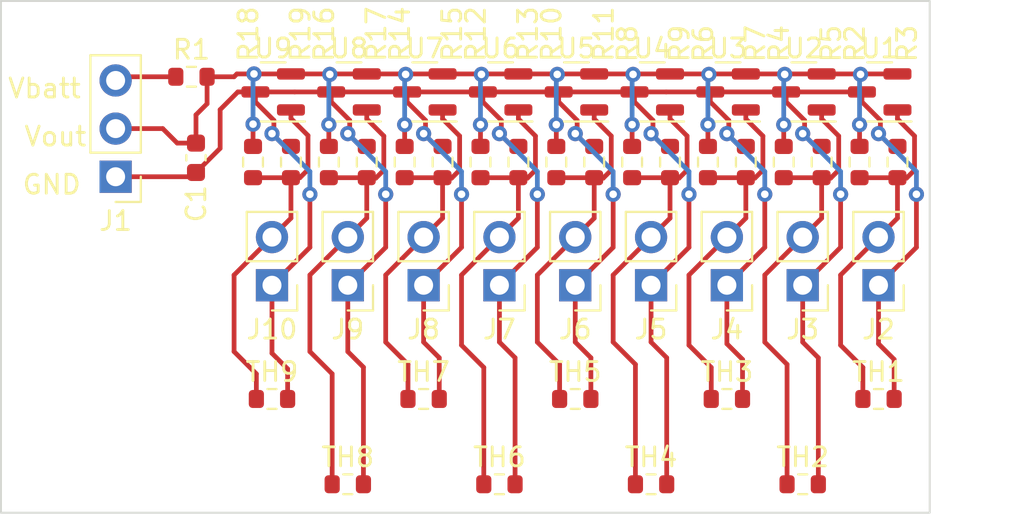
<source format=kicad_pcb>
(kicad_pcb (version 20211014) (generator pcbnew)
  (layers (0 "F.Cu" signal) (31 "B.Cu" signal) (34 "B.Paste" user) (35 "F.Paste" user) (36 "B.SilkS" user "B.Silkscreen") (37 "F.SilkS" user "F.Silkscreen") (38 "B.Mask" user) (39 "F.Mask" user) (44 "Edge.Cuts" user))
  (net 0 "")
  (net 1 "/signal")
  (net 2 "GND")
  (net 3 "Net-(J1-Pad3)")
  (net 4 "/FB0")
  (net 5 "/FB1")
  (net 6 "/FB2")
  (net 7 "/FB3")
  (net 8 "/FB4")
  (net 9 "/FB5")
  (net 10 "/FB6")
  (net 11 "/PB7")
  (net 12 "/PB8")
  (footprint "Resistor_SMD:R_0603_1608Metric" (layer "F.Cu") (at 57 58.5 90)
    (fp_text reference "R13" (at 6.75 0.5 90) (layer "F.SilkS"))
    (fp_text value "47k")
    (pad "1" smd roundrect (at -0.825 0 90) (size 0.8 0.95) (layers "F.Cu" "F.Paste" "F.Mask") (net 9 "/FB5"))
    (pad "2" smd roundrect (at 0.825 0 90) (size 0.8 0.95) (layers "F.Cu" "F.Paste" "F.Mask") (net 2 "GND"))
  )
  (footprint "Connector_PinHeader_2.54mm:PinHeader_1x02_P2.54mm_Vertical" (layer "F.Cu") (at 48 65 180)
    (fp_text reference "J9" (at 0 -2.33) (layer "F.SilkS"))
    (fp_text value "NTC")
    (pad "1" thru_hole rect (at 0 0 180) (size 1.7 1.7) (drill 1) (layers *.Cu *.Mask) (net 2 "GND"))
    (pad "2" thru_hole oval (at 0 2.54 180) (size 1.7 1.7) (drill 1) (layers *.Cu *.Mask) (net 11 "/PB7"))
  )
  (footprint "Resistor_SMD:R_0603_1608Metric" (layer "F.Cu") (at 67 58.5 -90)
    (fp_text reference "R6" (at -6.25 0.25 90) (layer "F.SilkS"))
    (fp_text value "47k")
    (pad "1" smd roundrect (at -0.825 0 270) (size 0.8 0.95) (layers "F.Cu" "F.Paste" "F.Mask") (net 1 "/signal"))
    (pad "2" smd roundrect (at 0.825 0 270) (size 0.8 0.95) (layers "F.Cu" "F.Paste" "F.Mask") (net 6 "/FB2"))
  )
  (footprint "Connector_PinHeader_2.54mm:PinHeader_1x02_P2.54mm_Vertical" (layer "F.Cu") (at 64 65 180)
    (fp_text reference "J5" (at 0 -2.33) (layer "F.SilkS"))
    (fp_text value "NTC")
    (pad "1" thru_hole rect (at 0 0 180) (size 1.7 1.7) (drill 1) (layers *.Cu *.Mask) (net 2 "GND"))
    (pad "2" thru_hole oval (at 0 2.54 180) (size 1.7 1.7) (drill 1) (layers *.Cu *.Mask) (net 7 "/FB3"))
  )
  (footprint "Resistor_SMD:R_0603_1608Metric" (layer "F.Cu") (at 68 71)
    (fp_text reference "TH3" (at 0 -1.43) (layer "F.SilkS"))
    (fp_text value "100k 25C B=4000K")
    (pad "1" smd roundrect (at -0.825 0) (size 0.8 0.95) (layers "F.Cu" "F.Paste" "F.Mask") (net 6 "/FB2"))
    (pad "2" smd roundrect (at 0.825 0) (size 0.8 0.95) (layers "F.Cu" "F.Paste" "F.Mask") (net 2 "GND"))
  )
  (footprint "Resistor_SMD:R_0603_1608Metric" (layer "F.Cu") (at 60 71)
    (fp_text reference "TH5" (at 0 -1.43) (layer "F.SilkS"))
    (fp_text value "100k 25C B=4000K")
    (pad "1" smd roundrect (at -0.825 0) (size 0.8 0.95) (layers "F.Cu" "F.Paste" "F.Mask") (net 8 "/FB4"))
    (pad "2" smd roundrect (at 0.825 0) (size 0.8 0.95) (layers "F.Cu" "F.Paste" "F.Mask") (net 2 "GND"))
  )
  (footprint "Resistor_SMD:R_0603_1608Metric" (layer "F.Cu") (at 65 58.5 90)
    (fp_text reference "R9" (at 6.25 0.5 90) (layer "F.SilkS"))
    (fp_text value "47k")
    (pad "1" smd roundrect (at -0.825 0 90) (size 0.8 0.95) (layers "F.Cu" "F.Paste" "F.Mask") (net 7 "/FB3"))
    (pad "2" smd roundrect (at 0.825 0 90) (size 0.8 0.95) (layers "F.Cu" "F.Paste" "F.Mask") (net 2 "GND"))
  )
  (footprint "Resistor_SMD:R_0603_1608Metric" (layer "F.Cu") (at 47 58.5 -90)
    (fp_text reference "R16" (at -6.75 0.25 90) (layer "F.SilkS"))
    (fp_text value "47k")
    (pad "1" smd roundrect (at -0.825 0 270) (size 0.8 0.95) (layers "F.Cu" "F.Paste" "F.Mask") (net 1 "/signal"))
    (pad "2" smd roundrect (at 0.825 0 270) (size 0.8 0.95) (layers "F.Cu" "F.Paste" "F.Mask") (net 11 "/PB7"))
  )
  (footprint "Connector_PinHeader_2.54mm:PinHeader_1x02_P2.54mm_Vertical" (layer "F.Cu") (at 44 65 180)
    (fp_text reference "J10" (at 0 -2.33) (layer "F.SilkS"))
    (fp_text value "NTC")
    (pad "1" thru_hole rect (at 0 0 180) (size 1.7 1.7) (drill 1) (layers *.Cu *.Mask) (net 2 "GND"))
    (pad "2" thru_hole oval (at 0 2.54 180) (size 1.7 1.7) (drill 1) (layers *.Cu *.Mask) (net 12 "/PB8"))
  )
  (footprint "Resistor_SMD:R_0603_1608Metric" (layer "F.Cu") (at 71 58.5 -90)
    (fp_text reference "R4" (at -6.25 0.25 90) (layer "F.SilkS"))
    (fp_text value "47k")
    (pad "1" smd roundrect (at -0.825 0 270) (size 0.8 0.95) (layers "F.Cu" "F.Paste" "F.Mask") (net 1 "/signal"))
    (pad "2" smd roundrect (at 0.825 0 270) (size 0.8 0.95) (layers "F.Cu" "F.Paste" "F.Mask") (net 5 "/FB1"))
  )
  (footprint "Capacitor_SMD:C_0603_1608Metric" (layer "F.Cu") (at 39.99 58.275 -90)
    (fp_text reference "C1" (at 2.425 -0.01 90) (layer "F.SilkS"))
    (fp_text value "100n")
    (pad "1" smd roundrect (at -0.775 0 270) (size 0.9 0.95) (layers "F.Cu" "F.Paste" "F.Mask") (net 1 "/signal"))
    (pad "2" smd roundrect (at 0.775 0 270) (size 0.9 0.95) (layers "F.Cu" "F.Paste" "F.Mask") (net 2 "GND"))
  )
  (footprint "Resistor_SMD:R_0603_1608Metric" (layer "F.Cu") (at 43 58.5 -90)
    (fp_text reference "R18" (at -6.75 0.25 -90) (layer "F.SilkS"))
    (fp_text value "47k")
    (pad "1" smd roundrect (at -0.825 0 270) (size 0.8 0.95) (layers "F.Cu" "F.Paste" "F.Mask") (net 1 "/signal"))
    (pad "2" smd roundrect (at 0.825 0 270) (size 0.8 0.95) (layers "F.Cu" "F.Paste" "F.Mask") (net 12 "/PB8"))
  )
  (footprint "Resistor_SMD:R_0603_1608Metric" (layer "F.Cu") (at 45 58.5 90)
    (fp_text reference "R19" (at 6.75 0.5 270) (layer "F.SilkS"))
    (fp_text value "47k")
    (pad "1" smd roundrect (at -0.825 0 90) (size 0.8 0.95) (layers "F.Cu" "F.Paste" "F.Mask") (net 12 "/PB8"))
    (pad "2" smd roundrect (at 0.825 0 90) (size 0.8 0.95) (layers "F.Cu" "F.Paste" "F.Mask") (net 2 "GND"))
  )
  (footprint "Connector_PinHeader_2.54mm:PinHeader_1x02_P2.54mm_Vertical" (layer "F.Cu") (at 56 65 180)
    (fp_text reference "J7" (at 0 -2.33) (layer "F.SilkS"))
    (fp_text value "NTC")
    (pad "1" thru_hole rect (at 0 0 180) (size 1.7 1.7) (drill 1) (layers *.Cu *.Mask) (net 2 "GND"))
    (pad "2" thru_hole oval (at 0 2.54 180) (size 1.7 1.7) (drill 1) (layers *.Cu *.Mask) (net 9 "/FB5"))
  )
  (footprint "Connector_PinHeader_2.54mm:PinHeader_1x03_P2.54mm_Vertical" (layer "F.Cu") (at 35.75 59.275 180)
    (fp_text reference "J1" (at 0 -2.33) (layer "F.SilkS"))
    (fp_text value "Conn_01x03")
    (pad "1" thru_hole rect (at 0 0 180) (size 1.7 1.7) (drill 1) (layers *.Cu *.Mask) (net 2 "GND"))
    (pad "2" thru_hole oval (at 0 2.54 180) (size 1.7 1.7) (drill 1) (layers *.Cu *.Mask) (net 1 "/signal"))
    (pad "3" thru_hole oval (at 0 5.08 180) (size 1.7 1.7) (drill 1) (layers *.Cu *.Mask) (net 3 "Net-(J1-Pad3)"))
  )
  (footprint "Resistor_SMD:R_0603_1608Metric" (layer "F.Cu") (at 75 58.5 -90)
    (fp_text reference "R2" (at -6.25 0.25 90) (layer "F.SilkS"))
    (fp_text value "47k")
    (pad "1" smd roundrect (at -0.825 0 270) (size 0.8 0.95) (layers "F.Cu" "F.Paste" "F.Mask") (net 1 "/signal"))
    (pad "2" smd roundrect (at 0.825 0 270) (size 0.8 0.95) (layers "F.Cu" "F.Paste" "F.Mask") (net 4 "/FB0"))
  )
  (footprint "Package_TO_SOT_SMD:SOT-23" (layer "F.Cu") (at 48.0625 54.8 180)
    (fp_text reference "U8" (at 0 2.3) (layer "F.SilkS"))
    (fp_text value "LM4041xADJ")
    (pad "1" smd roundrect (at -0.9375 -0.95 180) (size 1.475 0.6) (layers "F.Cu" "F.Paste" "F.Mask") (net 11 "/PB7"))
    (pad "2" smd roundrect (at -0.9375 0.95 180) (size 1.475 0.6) (layers "F.Cu" "F.Paste" "F.Mask") (net 1 "/signal"))
    (pad "3" smd roundrect (at 0.9375 0 180) (size 1.475 0.6) (layers "F.Cu" "F.Paste" "F.Mask") (net 2 "GND"))
  )
  (footprint "Package_TO_SOT_SMD:SOT-23" (layer "F.Cu") (at 76.0625 54.8 180)
    (fp_text reference "U1" (at 0 2.3) (layer "F.SilkS"))
    (fp_text value "LM4041xADJ")
    (pad "1" smd roundrect (at -0.9375 -0.95 180) (size 1.475 0.6) (layers "F.Cu" "F.Paste" "F.Mask") (net 4 "/FB0"))
    (pad "2" smd roundrect (at -0.9375 0.95 180) (size 1.475 0.6) (layers "F.Cu" "F.Paste" "F.Mask") (net 1 "/signal"))
    (pad "3" smd roundrect (at 0.9375 0 180) (size 1.475 0.6) (layers "F.Cu" "F.Paste" "F.Mask") (net 2 "GND"))
  )
  (footprint "Resistor_SMD:R_0603_1608Metric" (layer "F.Cu") (at 48 75.5)
    (fp_text reference "TH8" (at 0 -1.43) (layer "F.SilkS"))
    (fp_text value "100k 25C B=4000K")
    (pad "1" smd roundrect (at -0.825 0) (size 0.8 0.95) (layers "F.Cu" "F.Paste" "F.Mask") (net 11 "/PB7"))
    (pad "2" smd roundrect (at 0.825 0) (size 0.8 0.95) (layers "F.Cu" "F.Paste" "F.Mask") (net 2 "GND"))
  )
  (footprint "Resistor_SMD:R_0603_1608Metric" (layer "F.Cu") (at 63 58.5 -90)
    (fp_text reference "R8" (at -6.25 0.25 90) (layer "F.SilkS"))
    (fp_text value "47k")
    (pad "1" smd roundrect (at -0.825 0 270) (size 0.8 0.95) (layers "F.Cu" "F.Paste" "F.Mask") (net 1 "/signal"))
    (pad "2" smd roundrect (at 0.825 0 270) (size 0.8 0.95) (layers "F.Cu" "F.Paste" "F.Mask") (net 7 "/FB3"))
  )
  (footprint "Resistor_SMD:R_0603_1608Metric" (layer "F.Cu") (at 51 58.5 -90)
    (fp_text reference "R14" (at -6.75 0.25 90) (layer "F.SilkS"))
    (fp_text value "47k")
    (pad "1" smd roundrect (at -0.825 0 270) (size 0.8 0.95) (layers "F.Cu" "F.Paste" "F.Mask") (net 1 "/signal"))
    (pad "2" smd roundrect (at 0.825 0 270) (size 0.8 0.95) (layers "F.Cu" "F.Paste" "F.Mask") (net 10 "/FB6"))
  )
  (footprint "Connector_PinHeader_2.54mm:PinHeader_1x02_P2.54mm_Vertical" (layer "F.Cu") (at 72 65 180)
    (fp_text reference "J3" (at 0 -2.33) (layer "F.SilkS"))
    (fp_text value "NTC")
    (pad "1" thru_hole rect (at 0 0 180) (size 1.7 1.7) (drill 1) (layers *.Cu *.Mask) (net 2 "GND"))
    (pad "2" thru_hole oval (at 0 2.54 180) (size 1.7 1.7) (drill 1) (layers *.Cu *.Mask) (net 5 "/FB1"))
  )
  (footprint "Package_TO_SOT_SMD:SOT-23" (layer "F.Cu") (at 52.0625 54.8 180)
    (fp_text reference "U7" (at 0 2.3) (layer "F.SilkS"))
    (fp_text value "LM4041xADJ")
    (pad "1" smd roundrect (at -0.9375 -0.95 180) (size 1.475 0.6) (layers "F.Cu" "F.Paste" "F.Mask") (net 10 "/FB6"))
    (pad "2" smd roundrect (at -0.9375 0.95 180) (size 1.475 0.6) (layers "F.Cu" "F.Paste" "F.Mask") (net 1 "/signal"))
    (pad "3" smd roundrect (at 0.9375 0 180) (size 1.475 0.6) (layers "F.Cu" "F.Paste" "F.Mask") (net 2 "GND"))
  )
  (footprint "Connector_PinHeader_2.54mm:PinHeader_1x02_P2.54mm_Vertical" (layer "F.Cu") (at 68 65 180)
    (fp_text reference "J4" (at 0 -2.33) (layer "F.SilkS"))
    (fp_text value "NTC")
    (pad "1" thru_hole rect (at 0 0 180) (size 1.7 1.7) (drill 1) (layers *.Cu *.Mask) (net 2 "GND"))
    (pad "2" thru_hole oval (at 0 2.54 180) (size 1.7 1.7) (drill 1) (layers *.Cu *.Mask) (net 6 "/FB2"))
  )
  (footprint "Connector_PinHeader_2.54mm:PinHeader_1x02_P2.54mm_Vertical" (layer "F.Cu") (at 60 65 180)
    (fp_text reference "J6" (at 0 -2.33) (layer "F.SilkS"))
    (fp_text value "NTC")
    (pad "1" thru_hole rect (at 0 0 180) (size 1.7 1.7) (drill 1) (layers *.Cu *.Mask) (net 2 "GND"))
    (pad "2" thru_hole oval (at 0 2.54 180) (size 1.7 1.7) (drill 1) (layers *.Cu *.Mask) (net 8 "/FB4"))
  )
  (footprint "Resistor_SMD:R_0603_1608Metric" (layer "F.Cu") (at 55 58.5 -90)
    (fp_text reference "R12" (at -6.75 0.25 90) (layer "F.SilkS"))
    (fp_text value "47k")
    (pad "1" smd roundrect (at -0.825 0 270) (size 0.8 0.95) (layers "F.Cu" "F.Paste" "F.Mask") (net 1 "/signal"))
    (pad "2" smd roundrect (at 0.825 0 270) (size 0.8 0.95) (layers "F.Cu" "F.Paste" "F.Mask") (net 9 "/FB5"))
  )
  (footprint "Resistor_SMD:R_0603_1608Metric" (layer "F.Cu") (at 56 75.5)
    (fp_text reference "TH6" (at 0 -1.43) (layer "F.SilkS"))
    (fp_text value "100k 25C B=4000K")
    (pad "1" smd roundrect (at -0.825 0) (size 0.8 0.95) (layers "F.Cu" "F.Paste" "F.Mask") (net 9 "/FB5"))
    (pad "2" smd roundrect (at 0.825 0) (size 0.8 0.95) (layers "F.Cu" "F.Paste" "F.Mask") (net 2 "GND"))
  )
  (footprint "Package_TO_SOT_SMD:SOT-23" (layer "F.Cu") (at 44.0625 54.8 180)
    (fp_text reference "U9" (at 0 2.3) (layer "F.SilkS"))
    (fp_text value "LM4041xADJ")
    (pad "1" smd roundrect (at -0.9375 -0.95 180) (size 1.475 0.6) (layers "F.Cu" "F.Paste" "F.Mask") (net 12 "/PB8"))
    (pad "2" smd roundrect (at -0.9375 0.95 180) (size 1.475 0.6) (layers "F.Cu" "F.Paste" "F.Mask") (net 1 "/signal"))
    (pad "3" smd roundrect (at 0.9375 0 180) (size 1.475 0.6) (layers "F.Cu" "F.Paste" "F.Mask") (net 2 "GND"))
  )
  (footprint "Package_TO_SOT_SMD:SOT-23" (layer "F.Cu") (at 72.0625 54.8 180)
    (fp_text reference "U2" (at 0 2.3) (layer "F.SilkS"))
    (fp_text value "LM4041xADJ")
    (pad "1" smd roundrect (at -0.9375 -0.95 180) (size 1.475 0.6) (layers "F.Cu" "F.Paste" "F.Mask") (net 5 "/FB1"))
    (pad "2" smd roundrect (at -0.9375 0.95 180) (size 1.475 0.6) (layers "F.Cu" "F.Paste" "F.Mask") (net 1 "/signal"))
    (pad "3" smd roundrect (at 0.9375 0 180) (size 1.475 0.6) (layers "F.Cu" "F.Paste" "F.Mask") (net 2 "GND"))
  )
  (footprint "Resistor_SMD:R_0603_1608Metric" (layer "F.Cu") (at 72 75.5)
    (fp_text reference "TH2" (at 0 -1.43) (layer "F.SilkS"))
    (fp_text value "100k 25C B=4000K")
    (pad "1" smd roundrect (at -0.825 0) (size 0.8 0.95) (layers "F.Cu" "F.Paste" "F.Mask") (net 5 "/FB1"))
    (pad "2" smd roundrect (at 0.825 0) (size 0.8 0.95) (layers "F.Cu" "F.Paste" "F.Mask") (net 2 "GND"))
  )
  (footprint "Connector_PinHeader_2.54mm:PinHeader_1x02_P2.54mm_Vertical" (layer "F.Cu") (at 76 65 180)
    (fp_text reference "J2" (at 0 -2.33) (layer "F.SilkS"))
    (fp_text value "NTC")
    (pad "1" thru_hole rect (at 0 0 180) (size 1.7 1.7) (drill 1) (layers *.Cu *.Mask) (net 2 "GND"))
    (pad "2" thru_hole oval (at 0 2.54 180) (size 1.7 1.7) (drill 1) (layers *.Cu *.Mask) (net 4 "/FB0"))
  )
  (footprint "Resistor_SMD:R_0603_1608Metric" (layer "F.Cu") (at 73 58.5 90)
    (fp_text reference "R5" (at 6.25 0.5 90) (layer "F.SilkS"))
    (fp_text value "47k")
    (pad "1" smd roundrect (at -0.825 0 90) (size 0.8 0.95) (layers "F.Cu" "F.Paste" "F.Mask") (net 5 "/FB1"))
    (pad "2" smd roundrect (at 0.825 0 90) (size 0.8 0.95) (layers "F.Cu" "F.Paste" "F.Mask") (net 2 "GND"))
  )
  (footprint "Package_TO_SOT_SMD:SOT-23" (layer "F.Cu") (at 64.0625 54.8 180)
    (fp_text reference "U4" (at 0 2.3) (layer "F.SilkS"))
    (fp_text value "LM4041xADJ")
    (pad "1" smd roundrect (at -0.9375 -0.95 180) (size 1.475 0.6) (layers "F.Cu" "F.Paste" "F.Mask") (net 7 "/FB3"))
    (pad "2" smd roundrect (at -0.9375 0.95 180) (size 1.475 0.6) (layers "F.Cu" "F.Paste" "F.Mask") (net 1 "/signal"))
    (pad "3" smd roundrect (at 0.9375 0 180) (size 1.475 0.6) (layers "F.Cu" "F.Paste" "F.Mask") (net 2 "GND"))
  )
  (footprint "Package_TO_SOT_SMD:SOT-23" (layer "F.Cu") (at 60.0625 54.8 180)
    (fp_text reference "U5" (at 0 2.3) (layer "F.SilkS"))
    (fp_text value "LM4041xADJ")
    (pad "1" smd roundrect (at -0.9375 -0.95 180) (size 1.475 0.6) (layers "F.Cu" "F.Paste" "F.Mask") (net 8 "/FB4"))
    (pad "2" smd roundrect (at -0.9375 0.95 180) (size 1.475 0.6) (layers "F.Cu" "F.Paste" "F.Mask") (net 1 "/signal"))
    (pad "3" smd roundrect (at 0.9375 0 180) (size 1.475 0.6) (layers "F.Cu" "F.Paste" "F.Mask") (net 2 "GND"))
  )
  (footprint "Resistor_SMD:R_0603_1608Metric" (layer "F.Cu") (at 49 58.5 90)
    (fp_text reference "R17" (at 6.75 0.5 90) (layer "F.SilkS"))
    (fp_text value "47k")
    (pad "1" smd roundrect (at -0.825 0 90) (size 0.8 0.95) (layers "F.Cu" "F.Paste" "F.Mask") (net 11 "/PB7"))
    (pad "2" smd roundrect (at 0.825 0 90) (size 0.8 0.95) (layers "F.Cu" "F.Paste" "F.Mask") (net 2 "GND"))
  )
  (footprint "Resistor_SMD:R_0603_1608Metric" (layer "F.Cu") (at 69 58.5 90)
    (fp_text reference "R7" (at 6.25 0.5 90) (layer "F.SilkS"))
    (fp_text value "47k")
    (pad "1" smd roundrect (at -0.825 0 90) (size 0.8 0.95) (layers "F.Cu" "F.Paste" "F.Mask") (net 6 "/FB2"))
    (pad "2" smd roundrect (at 0.825 0 90) (size 0.8 0.95) (layers "F.Cu" "F.Paste" "F.Mask") (net 2 "GND"))
  )
  (footprint "Resistor_SMD:R_0603_1608Metric" (layer "F.Cu") (at 64 75.5)
    (fp_text reference "TH4" (at 0 -1.43) (layer "F.SilkS"))
    (fp_text value "100k 25C B=4000K")
    (pad "1" smd roundrect (at -0.825 0) (size 0.8 0.95) (layers "F.Cu" "F.Paste" "F.Mask") (net 7 "/FB3"))
    (pad "2" smd roundrect (at 0.825 0) (size 0.8 0.95) (layers "F.Cu" "F.Paste" "F.Mask") (net 2 "GND"))
  )
  (footprint "Resistor_SMD:R_0603_1608Metric" (layer "F.Cu") (at 52 71)
    (fp_text reference "TH7" (at 0 -1.43) (layer "F.SilkS"))
    (fp_text value "100k 25C B=4000K")
    (pad "1" smd roundrect (at -0.825 0) (size 0.8 0.95) (layers "F.Cu" "F.Paste" "F.Mask") (net 10 "/FB6"))
    (pad "2" smd roundrect (at 0.825 0) (size 0.8 0.95) (layers "F.Cu" "F.Paste" "F.Mask") (net 2 "GND"))
  )
  (footprint "Resistor_SMD:R_0603_1608Metric" (layer "F.Cu") (at 77 58.5 90)
    (fp_text reference "R3" (at 6.25 0.5 90) (layer "F.SilkS"))
    (fp_text value "47k")
    (pad "1" smd roundrect (at -0.825 0 90) (size 0.8 0.95) (layers "F.Cu" "F.Paste" "F.Mask") (net 4 "/FB0"))
    (pad "2" smd roundrect (at 0.825 0 90) (size 0.8 0.95) (layers "F.Cu" "F.Paste" "F.Mask") (net 2 "GND"))
  )
  (footprint "Resistor_SMD:R_0603_1608Metric" (layer "F.Cu") (at 39.75 54)
    (fp_text reference "R1" (at 0 -1.43) (layer "F.SilkS"))
    (fp_text value "680")
    (pad "1" smd roundrect (at -0.825 0) (size 0.8 0.95) (layers "F.Cu" "F.Paste" "F.Mask") (net 3 "Net-(J1-Pad3)"))
    (pad "2" smd roundrect (at 0.825 0) (size 0.8 0.95) (layers "F.Cu" "F.Paste" "F.Mask") (net 1 "/signal"))
  )
  (footprint "Package_TO_SOT_SMD:SOT-23" (layer "F.Cu") (at 56.0625 54.8 180)
    (fp_text reference "U6" (at 0 2.3) (layer "F.SilkS"))
    (fp_text value "LM4041xADJ")
    (pad "1" smd roundrect (at -0.9375 -0.95 180) (size 1.475 0.6) (layers "F.Cu" "F.Paste" "F.Mask") (net 9 "/FB5"))
    (pad "2" smd roundrect (at -0.9375 0.95 180) (size 1.475 0.6) (layers "F.Cu" "F.Paste" "F.Mask") (net 1 "/signal"))
    (pad "3" smd roundrect (at 0.9375 0 180) (size 1.475 0.6) (layers "F.Cu" "F.Paste" "F.Mask") (net 2 "GND"))
  )
  (footprint "Resistor_SMD:R_0603_1608Metric" (layer "F.Cu") (at 44 71)
    (fp_text reference "TH9" (at 0 -1.43) (layer "F.SilkS"))
    (fp_text value "100k 25C B=4000K")
    (pad "1" smd roundrect (at -0.825 0) (size 0.8 0.95) (layers "F.Cu" "F.Paste" "F.Mask") (net 12 "/PB8"))
    (pad "2" smd roundrect (at 0.825 0) (size 0.8 0.95) (layers "F.Cu" "F.Paste" "F.Mask") (net 2 "GND"))
  )
  (footprint "Resistor_SMD:R_0603_1608Metric" (layer "F.Cu") (at 76 71)
    (fp_text reference "TH1" (at 0 -1.43) (layer "F.SilkS"))
    (fp_text value "100k 25C B=4000K")
    (pad "1" smd roundrect (at -0.825 0) (size 0.8 0.95) (layers "F.Cu" "F.Paste" "F.Mask") (net 4 "/FB0"))
    (pad "2" smd roundrect (at 0.825 0) (size 0.8 0.95) (layers "F.Cu" "F.Paste" "F.Mask") (net 2 "GND"))
  )
  (footprint "Resistor_SMD:R_0603_1608Metric" (layer "F.Cu") (at 53 58.5 90)
    (fp_text reference "R15" (at 6.75 0.5 90) (layer "F.SilkS"))
    (fp_text value "47k")
    (pad "1" smd roundrect (at -0.825 0 90) (size 0.8 0.95) (layers "F.Cu" "F.Paste" "F.Mask") (net 10 "/FB6"))
    (pad "2" smd roundrect (at 0.825 0 90) (size 0.8 0.95) (layers "F.Cu" "F.Paste" "F.Mask") (net 2 "GND"))
  )
  (footprint "Package_TO_SOT_SMD:SOT-23" (layer "F.Cu") (at 68.0625 54.8 180)
    (fp_text reference "U3" (at 0 2.3) (layer "F.SilkS"))
    (fp_text value "LM4041xADJ")
    (pad "1" smd roundrect (at -0.9375 -0.95 180) (size 1.475 0.6) (layers "F.Cu" "F.Paste" "F.Mask") (net 6 "/FB2"))
    (pad "2" smd roundrect (at -0.9375 0.95 180) (size 1.475 0.6) (layers "F.Cu" "F.Paste" "F.Mask") (net 1 "/signal"))
    (pad "3" smd roundrect (at 0.9375 0 180) (size 1.475 0.6) (layers "F.Cu" "F.Paste" "F.Mask") (net 2 "GND"))
  )
  (footprint "Resistor_SMD:R_0603_1608Metric" (layer "F.Cu") (at 61 58.5 90)
    (fp_text reference "R11" (at 6.75 0.5 90) (layer "F.SilkS"))
    (fp_text value "47k")
    (pad "1" smd roundrect (at -0.825 0 90) (size 0.8 0.95) (layers "F.Cu" "F.Paste" "F.Mask") (net 8 "/FB4"))
    (pad "2" smd roundrect (at 0.825 0 90) (size 0.8 0.95) (layers "F.Cu" "F.Paste" "F.Mask") (net 2 "GND"))
  )
  (footprint "Resistor_SMD:R_0603_1608Metric" (layer "F.Cu") (at 59 58.5 -90)
    (fp_text reference "R10" (at -6.75 0.25 90) (layer "F.SilkS"))
    (fp_text value "47k")
    (pad "1" smd roundrect (at -0.825 0 270) (size 0.8 0.95) (layers "F.Cu" "F.Paste" "F.Mask") (net 1 "/signal"))
    (pad "2" smd roundrect (at 0.825 0 270) (size 0.8 0.95) (layers "F.Cu" "F.Paste" "F.Mask") (net 8 "/FB4"))
  )
  (footprint "Connector_PinHeader_2.54mm:PinHeader_1x02_P2.54mm_Vertical" (layer "F.Cu") (at 52 65 180)
    (fp_text reference "J8" (at 0 -2.33) (layer "F.SilkS"))
    (fp_text value "NTC")
    (pad "1" thru_hole rect (at 0 0 180) (size 1.7 1.7) (drill 1) (layers *.Cu *.Mask) (net 2 "GND"))
    (pad "2" thru_hole oval (at 0 2.54 180) (size 1.7 1.7) (drill 1) (layers *.Cu *.Mask) (net 10 "/FB6"))
  )
  (gr_rect (start 29.7 50) (end 78.7 77) (layer "Edge.Cuts") (width 0.1) (fill none))
  (gr_text "Vbatt" (at 34 54.61) (layer "F.SilkS") (effects (font (size 1 1)) (justify right)))
  (gr_text "Vout" (at 34.29 57.15) (layer "F.SilkS") (effects (font (size 1 1)) (justify right)))
  (gr_text "GND" (at 34 59.69) (layer "F.SilkS") (effects (font (size 1 1)) (justify right)))
  (segment (start 43 57.675) (end 43 56.5) (width 0.25) (layer "F.Cu") (net 1))
  (segment (start 67 57.7) (end 67 56.525) (width 0.25) (layer "F.Cu") (net 1))
  (segment (start 47 57.7) (end 47 56.525) (width 0.25) (layer "F.Cu") (net 1))
  (segment (start 42.15 53.85) (end 42 54) (width 0.25) (layer "F.Cu") (net 1))
  (segment (start 63 57.7) (end 63 56.525) (width 0.25) (layer "F.Cu") (net 1))
  (segment (start 43.15 53.85) (end 43.05 53.85) (width 0.25) (layer "F.Cu") (net 1))
  (segment (start 71 57.7) (end 71 56.525) (width 0.25) (layer "F.Cu") (net 1))
  (segment (start 40.575 54) (end 40.575 55.425) (width 0.25) (layer "F.Cu") (net 1))
  (segment (start 38.235 56.735) (end 35.75 56.735) (width 0.25) (layer "F.Cu") (net 1))
  (segment (start 77 53.85) (end 47.15 53.85) (width 0.25) (layer "F.Cu") (net 1))
  (segment (start 55 57.7) (end 55 56.525) (width 0.25) (layer "F.Cu") (net 1))
  (segment (start 47.15 53.85) (end 43.15 53.85) (width 0.25) (layer "F.Cu") (net 1))
  (segment (start 40.575 55.425) (end 39.99 56.01) (width 0.25) (layer "F.Cu") (net 1))
  (segment (start 51 57.7) (end 51 56.525) (width 0.25) (layer "F.Cu") (net 1))
  (segment (start 42 54) (end 40.575 54) (width 0.25) (layer "F.Cu") (net 1))
  (segment (start 39.99 57.5) (end 39 57.5) (width 0.25) (layer "F.Cu") (net 1))
  (segment (start 59 57.7) (end 59 56.525) (width 0.25) (layer "F.Cu") (net 1))
  (segment (start 39 57.5) (end 38.235 56.735) (width 0.25) (layer "F.Cu") (net 1))
  (segment (start 75 57.7) (end 75 56.525) (width 0.25) (layer "F.Cu") (net 1))
  (segment (start 39.99 56.01) (end 39.99 57.5) (width 0.25) (layer "F.Cu") (net 1))
  (segment (start 43.05 53.85) (end 42.15 53.85) (width 0.25) (layer "F.Cu") (net 1))
  (via (at 55.05 53.875) (size 0.8) (drill 0.4) (layers "F.Cu" "B.Cu") (net 1))
  (via (at 71 56.525) (size 0.8) (drill 0.4) (layers "F.Cu" "B.Cu") (net 1))
  (via (at 43 56.5) (size 0.8) (drill 0.4) (layers "F.Cu" "B.Cu") (net 1))
  (via (at 55 56.525) (size 0.8) (drill 0.4) (layers "F.Cu" "B.Cu") (net 1))
  (via (at 59 56.525) (size 0.8) (drill 0.4) (layers "F.Cu" "B.Cu") (net 1))
  (via (at 63 56.525) (size 0.8) (drill 0.4) (layers "F.Cu" "B.Cu") (net 1))
  (via (at 47 56.525) (size 0.8) (drill 0.4) (layers "F.Cu" "B.Cu") (net 1))
  (via (at 63.05 53.875) (size 0.8) (drill 0.4) (layers "F.Cu" "B.Cu") (net 1))
  (via (at 75 56.525) (size 0.8) (drill 0.4) (layers "F.Cu" "B.Cu") (net 1))
  (via (at 51.05 53.875) (size 0.8) (drill 0.4) (layers "F.Cu" "B.Cu") (net 1))
  (via (at 43.05 53.85) (size 0.8) (drill 0.4) (layers "F.Cu" "B.Cu") (net 1))
  (via (at 75.05 53.875) (size 0.8) (drill 0.4) (layers "F.Cu" "B.Cu") (net 1))
  (via (at 67 56.525) (size 0.8) (drill 0.4) (layers "F.Cu" "B.Cu") (net 1))
  (via (at 51 56.525) (size 0.8) (drill 0.4) (layers "F.Cu" "B.Cu") (net 1))
  (via (at 67.05 53.875) (size 0.8) (drill 0.4) (layers "F.Cu" "B.Cu") (net 1))
  (via (at 71.05 53.875) (size 0.8) (drill 0.4) (layers "F.Cu" "B.Cu") (net 1))
  (via (at 59.05 53.875) (size 0.8) (drill 0.4) (layers "F.Cu" "B.Cu") (net 1))
  (via (at 47.05 53.875) (size 0.8) (drill 0.4) (layers "F.Cu" "B.Cu") (net 1))
  (segment (start 63 56.525) (end 63 54.025) (width 0.25) (layer "B.Cu") (net 1))
  (segment (start 51 56.525) (end 51 54.025) (width 0.25) (layer "B.Cu") (net 1))
  (segment (start 43.05 53.95) (end 43.05 53.85) (width 0.25) (layer "B.Cu") (net 1))
  (segment (start 71 56.525) (end 71 54.025) (width 0.25) (layer "B.Cu") (net 1))
  (segment (start 55 56.525) (end 55 54.025) (width 0.25) (layer "B.Cu") (net 1))
  (segment (start 75 56.525) (end 75 54.025) (width 0.25) (layer "B.Cu") (net 1))
  (segment (start 47 56.525) (end 47 54.025) (width 0.25) (layer "B.Cu") (net 1))
  (segment (start 67 56.525) (end 67 54.025) (width 0.25) (layer "B.Cu") (net 1))
  (segment (start 43 54) (end 43.05 53.95) (width 0.25) (layer "B.Cu") (net 1))
  (segment (start 59 56.525) (end 59 54.025) (width 0.25) (layer "B.Cu") (net 1))
  (segment (start 43 56.5) (end 43 54) (width 0.25) (layer "B.Cu") (net 1))
  (segment (start 39.99 59.05) (end 41.26452 57.77548) (width 0.25) (layer "F.Cu") (net 2))
  (segment (start 55.125 55.325) (end 56.1 56.3) (width 0.25) (layer "F.Cu") (net 2))
  (segment (start 72.825 75.5) (end 72.825 68.825) (width 0.25) (layer "F.Cu") (net 2))
  (segment (start 44.825 69.4125) (end 44 68.5875) (width 0.25) (layer "F.Cu") (net 2))
  (segment (start 64.1 56.9) (end 64.1 56.3) (width 0.25) (layer "F.Cu") (net 2))
  (segment (start 62 63) (end 62 60.2) (width 0.25) (layer "F.Cu") (net 2))
  (segment (start 58 63) (end 58 60.2) (width 0.25) (layer "F.Cu") (net 2))
  (segment (start 68 65) (end 70 63) (width 0.25) (layer "F.Cu") (net 2))
  (segment (start 63.125 54.8) (end 63.125 55.325) (width 0.25) (layer "F.Cu") (net 2))
  (segment (start 44 57) (end 44.675 57.675) (width 0.25) (layer "F.Cu") (net 2))
  (segment (start 68 68.0875) (end 68 65) (width 0.25) (layer "F.Cu") (net 2))
  (segment (start 64.825 68.825) (end 64 68) (width 0.25) (layer "F.Cu") (net 2))
  (segment (start 52 68) (end 52 65) (width 0.25) (layer "F.Cu") (net 2))
  (segment (start 63.125 55.325) (end 64.1 56.3) (width 0.25) (layer "F.Cu") (net 2))
  (segment (start 67.125 55.325) (end 68.1 56.3) (width 0.25) (layer "F.Cu") (net 2))
  (segment (start 64 65) (end 66 63) (width 0.25) (layer "F.Cu") (net 2))
  (segment (start 60.675 57.675) (end 61 57.675) (width 0.25) (layer "F.Cu") (net 2))
  (segment (start 50 63) (end 50 60.2) (width 0.25) (layer "F.Cu") (net 2))
  (segment (start 44 65) (end 46 63) (width 0.25) (layer "F.Cu") (net 2))
  (segment (start 44.1 56.9) (end 44.1 56.3) (width 0.25) (layer "F.Cu") (net 2))
  (segment (start 60.825 71) (end 60.825 68.825) (width 0.25) (layer "F.Cu") (net 2))
  (segment (start 76 57) (end 76.675 57.675) (width 0.25) (layer "F.Cu") (net 2))
  (segment (start 48.825 69.325) (end 48 68.5) (width 0.25) (layer "F.Cu") (net 2))
  (segment (start 43.125 54.8) (end 45.2 54.8) (width 0.25) (layer "F.Cu") (net 2))
  (segment (start 52.825 71) (end 52.825 68.825) (width 0.25) (layer "F.Cu") (net 2))
  (segment (start 48 68.5) (end 48 65) (width 0.25) (layer "F.Cu") (net 2))
  (segment (start 46 63) (end 46 60.2) (width 0.25) (layer "F.Cu") (net 2))
  (segment (start 44 68.5875) (end 44 65) (width 0.25) (layer "F.Cu") (net 2))
  (segment (start 52 57) (end 52.675 57.675) (width 0.25) (layer "F.Cu") (net 2))
  (segment (start 48.825 75.5) (end 48.825 69.325) (width 0.25) (layer "F.Cu") (net 2))
  (segment (start 75.125 54.8) (end 75.125 55.325) (width 0.25) (layer "F.Cu") (net 2))
  (segment (start 35.75 59.275) (end 39.765 59.275) (width 0.25) (layer "F.Cu") (net 2))
  (segment (start 52.825 68.825) (end 52 68) (width 0.25) (layer "F.Cu") (net 2))
  (segment (start 60.825 68.825) (end 60 68) (width 0.25) (layer "F.Cu") (net 2))
  (segment (start 52 65) (end 54 63) (width 0.25) (layer "F.Cu") (net 2))
  (segment (start 60 65) (end 62 63) (width 0.25) (layer "F.Cu") (net 2))
  (segment (start 74 63) (end 74 60.2) (width 0.25) (layer "F.Cu") (net 2))
  (segment (start 64 68) (end 64 65) (width 0.25) (layer "F.Cu") (net 2))
  (segment (start 68.825 68.9125) (end 68 68.0875) (width 0.25) (layer "F.Cu") (net 2))
  (segment (start 76 68.0875) (end 76 65) (width 0.25) (layer "F.Cu") (net 2))
  (segment (start 67.125 54.8) (end 67.125 55.325) (width 0.25) (layer "F.Cu") (net 2))
  (segment (start 47.125 55.325) (end 48.1 56.3) (width 0.25) (layer "F.Cu") (net 2))
  (segment (start 66 63) (end 66 60.2) (width 0.25) (layer "F.Cu") (net 2))
  (segment (start 51.125 54.8) (end 51.125 55.325) (width 0.25) (layer "F.Cu") (net 2))
  (segment (start 76.1 56.9) (end 76.1 56.3) (width 0.25) (layer "F.Cu") (net 2))
  (segment (start 60 68) (end 60 65) (width 0.25) (layer "F.Cu") (net 2))
  (segment (start 68.675 57.675) (end 69 57.675) (width 0.25) (layer "F.Cu") (net 2))
  (segment (start 56.825 68.825) (end 56 68) (width 0.25) (layer "F.Cu") (net 2))
  (segment (start 76.825 68.9125) (end 76 68.0875) (width 0.25) (layer "F.Cu") (net 2))
  (segment (start 52.675 57.675) (end 53 57.675) (width 0.25) (layer "F.Cu") (net 2))
  (segment (start 76.825 71) (end 76.825 68.9125) (width 0.25) (layer "F.Cu") (net 2))
  (segment (start 68 57) (end 68.675 57.675) (width 0.25) (layer "F.Cu") (net 2))
  (segment (start 56.1 56.9) (end 56.1 56.3) (width 0.25) (layer "F.Cu") (net 2))
  (segment (start 72.1 56.9) (end 72.1 56.3) (width 0.25) (layer "F.Cu") (net 2))
  (segment (start 72 68) (end 72 65) (width 0.25) (layer "F.Cu") (net 2))
  (segment (start 47.125 54.8) (end 47.125 55.325) (width 0.25) (layer "F.Cu") (net 2))
  (segment (start 72 57) (end 72.675 57.675) (width 0.25) (layer "F.Cu") (net 2))
  (segment (start 56.675 57.675) (end 57 57.675) (width 0.25) (layer "F.Cu") (net 2))
  (segment (start 72.825 68.825) (end 72 68) (width 0.25) (layer "F.Cu") (net 2))
  (segment (start 44.825 71) (end 44.825 69.4125) (width 0.25) (layer "F.Cu") (net 2))
  (segment (start 43.125 55.325) (end 44.1 56.3) (width 0.25) (layer "F.Cu") (net 2))
  (segment (start 41.26452 57.77548) (end 41.26452 55.73548) (width 0.25) (layer "F.Cu") (net 2))
  (segment (start 48.1 56.9) (end 48.1 56.3) (width 0.25) (layer "F.Cu") (net 2))
  (segment (start 64.8 54.8) (end 75.125 54.8) (width 0.25) (layer "F.Cu") (net 2))
  (segment (start 64 57) (end 64.675 57.675) (width 0.25) (layer "F.Cu") (net 2))
  (segment (start 75.125 55.325) (end 76.1 56.3) (width 0.25) (layer "F.Cu") (net 2))
  (segment (start 68.1 56.9) (end 68.1 56.3) (width 0.25) (layer "F.Cu") (net 2))
  (segment (start 54 63) (end 54 60.2) (width 0.25) (layer "F.Cu") (net 2))
  (segment (start 76.675 57.675) (end 77 57.675) (width 0.25) (layer "F.Cu") (net 2))
  (segment (start 59.125 55.325) (end 60.1 56.3) (width 0.25) (layer "F.Cu") (net 2))
  (segment (start 48.675 57.675) (end 49 57.675) (width 0.25) (layer "F.Cu") (net 2))
  (segment (start 48 65) (end 50 63) (width 0.25) (layer "F.Cu") (net 2))
  (segment (start 60.1 56.9) (end 60.1 56.3) (width 0.25) (layer "F.Cu") (net 2))
  (segment (start 56.825 75.5) (end 56.825 68.825) (width 0.25) (layer "F.Cu") (net 2))
  (segment (start 64.825 75.5) (end 64.825 68.825) (width 0.25) (layer "F.Cu") (net 2))
  (segment (start 72.675 57.675) (end 73 57.675) (width 0.25) (layer "F.Cu") (net 2))
  (segment (start 68.825 71) (end 68.825 68.9125) (width 0.25) (layer "F.Cu") (net 2))
  (segment (start 55.125 54.8) (end 55.125 55.325) (width 0.25) (layer "F.Cu") (net 2))
  (segment (start 44.675 57.675) (end 45 57.675) (width 0.25) (layer "F.Cu") (net 2))
  (segment (start 56 68) (end 56 65) (width 0.25) (layer "F.Cu") (net 2))
  (segment (start 39.765 59.275) (end 39.99 59.05) (width 0.25) (layer "F.Cu") (net 2))
  (segment (start 56 65) (end 58 63) (width 0.25) (layer "F.Cu") (net 2))
  (segment (start 59.125 54.8) (end 59.125 55.325) (width 0.25) (layer "F.Cu") (net 2))
  (segment (start 56 57) (end 56.675 57.675) (width 0.25) (layer "F.Cu") (net 2))
  (segment (start 60 57) (end 60.675 57.675) (width 0.25) (layer "F.Cu") (net 2))
  (segment (start 71.125 55.325) (end 72.1 56.3) (width 0.25) (layer "F.Cu") (net 2))
  (segment (start 48 57) (end 48.675 57.675) (width 0.25) (layer "F.Cu") (net 2))
  (segment (start 43.125 54.8) (end 43.125 55.325) (width 0.25) (layer "F.Cu") (net 2))
  (segment (start 78 63) (end 78 60.2) (width 0.25) (layer "F.Cu") (net 2))
  (segment (start 51.125 55.325) (end 52.1 56.3) (width 0.25) (layer "F.Cu") (net 2))
  (segment (start 42.2 54.8) (end 43.125 54.8) (width 0.25) (layer "F.Cu") (net 2))
  (segment (start 41.26452 55.73548) (end 42.2 54.8) (width 0.25) (layer "F.Cu") (net 2))
  (segment (start 52.1 56.9) (end 52.1 56.3) (width 0.25) (layer "F.Cu") (net 2))
  (segment (start 70 63) (end 70 60.2) (width 0.25) (layer "F.Cu") (net 2))
  (segment (start 76 65) (end 78 63) (width 0.25) (layer "F.Cu") (net 2))
  (segment (start 45.2 54.8) (end 64.8 54.8) (width 0.25) (layer "F.Cu") (net 2))
  (segment (start 71.125 54.8) (end 71.125 55.325) (width 0.25) (layer "F.Cu") (net 2))
  (segment (start 72 65) (end 74 63) (width 0.25) (layer "F.Cu") (net 2))
  (segment (start 64.675 57.675) (end 65 57.675) (width 0.25) (layer "F.Cu") (net 2))
  (via (at 50 60.2) (size 0.8) (drill 0.4) (layers "F.Cu" "B.Cu") (net 2))
  (via (at 72 57) (size 0.8) (drill 0.4) (layers "F.Cu" "B.Cu") (net 2))
  (via (at 56 57) (size 0.8) (drill 0.4) (layers "F.Cu" "B.Cu") (net 2))
  (via (at 60 57) (size 0.8) (drill 0.4) (layers "F.Cu" "B.Cu") (net 2))
  (via (at 68 57) (size 0.8) (drill 0.4) (layers "F.Cu" "B.Cu") (net 2))
  (via (at 46 60.2) (size 0.8) (drill 0.4) (layers "F.Cu" "B.Cu") (net 2))
  (via (at 62 60.2) (size 0.8) (drill 0.4) (layers "F.Cu" "B.Cu") (net 2))
  (via (at 48 57) (size 0.8) (drill 0.4) (layers "F.Cu" "B.Cu") (net 2))
  (via (at 78 60.2) (size 0.8) (drill 0.4) (layers "F.Cu" "B.Cu") (net 2))
  (via (at 74 60.2) (size 0.8) (drill 0.4) (layers "F.Cu" "B.Cu") (net 2))
  (via (at 66 60.2) (size 0.8) (drill 0.4) (layers "F.Cu" "B.Cu") (net 2))
  (via (at 54 60.2) (size 0.8) (drill 0.4) (layers "F.Cu" "B.Cu") (net 2))
  (via (at 76 57) (size 0.8) (drill 0.4) (layers "F.Cu" "B.Cu") (net 2))
  (via (at 52 57) (size 0.8) (drill 0.4) (layers "F.Cu" "B.Cu") (net 2))
  (via (at 64 57) (size 0.8) (drill 0.4) (layers "F.Cu" "B.Cu") (net 2))
  (via (at 70 60.2) (size 0.8) (drill 0.4) (layers "F.Cu" "B.Cu") (net 2))
  (via (at 44 57) (size 0.8) (drill 0.4) (layers "F.Cu" "B.Cu") (net 2))
  (via (at 58 60.2) (size 0.8) (drill 0.4) (layers "F.Cu" "B.Cu") (net 2))
  (segment (start 74 60.2) (end 74 59) (width 0.25) (layer "B.Cu") (net 2))
  (segment (start 66 59) (end 64 57) (width 0.25) (layer "B.Cu") (net 2))
  (segment (start 50 60.2) (end 50 59) (width 0.25) (layer "B.Cu") (net 2))
  (segment (start 62 60.2) (end 62 59) (width 0.25) (layer "B.Cu") (net 2))
  (segment (start 54 60.2) (end 54 59) (width 0.25) (layer "B.Cu") (net 2))
  (segment (start 50 59) (end 48 57) (width 0.25) (layer "B.Cu") (net 2))
  (segment (start 62 59) (end 60 57) (width 0.25) (layer "B.Cu") (net 2))
  (segment (start 46 60.2) (end 46 59) (width 0.25) (layer "B.Cu") (net 2))
  (segment (start 46 59) (end 44 57) (width 0.25) (layer "B.Cu") (net 2))
  (segment (start 70 59) (end 68 57) (width 0.25) (layer "B.Cu") (net 2))
  (segment (start 78 60.2) (end 78 59) (width 0.25) (layer "B.Cu") (net 2))
  (segment (start 58 60.2) (end 58 59) (width 0.25) (layer "B.Cu") (net 2))
  (segment (start 66 60.2) (end 66 59) (width 0.25) (layer "B.Cu") (net 2))
  (segment (start 54 59) (end 52 57) (width 0.25) (layer "B.Cu") (net 2))
  (segment (start 58 59) (end 56 57) (width 0.25) (layer "B.Cu") (net 2))
  (segment (start 74 59) (end 72 57) (width 0.25) (layer "B.Cu") (net 2))
  (segment (start 70 60.2) (end 70 59) (width 0.25) (layer "B.Cu") (net 2))
  (segment (start 78 59) (end 76 57) (width 0.25) (layer "B.Cu") (net 2))
  (segment (start 35.945 54) (end 38.925 54) (width 0.25) (layer "F.Cu") (net 3))
  (segment (start 35.75 54.195) (end 35.945 54) (width 0.25) (layer "F.Cu") (net 3))
  (segment (start 77.9 57.125) (end 77 56.225) (width 0.25) (layer "F.Cu") (net 4))
  (segment (start 77 61.46) (end 76 62.46) (width 0.25) (layer "F.Cu") (net 4))
  (segment (start 77.475 59.35) (end 77.9 58.925) (width 0.25) (layer "F.Cu") (net 4))
  (segment (start 77 59.325) (end 77 61.46) (width 0.25) (layer "F.Cu") (net 4))
  (segment (start 77.9 58.925) (end 77.9 57.125) (width 0.25) (layer "F.Cu") (net 4))
  (segment (start 75.175 69.3375) (end 74 68.1625) (width 0.25) (layer "F.Cu") (net 4))
  (segment (start 74 64.46) (end 76 62.46) (width 0.25) (layer "F.Cu") (net 4))
  (segment (start 77 56.225) (end 77 55.775) (width 0.25) (layer "F.Cu") (net 4))
  (segment (start 75.175 71) (end 75.175 69.3375) (width 0.25) (layer "F.Cu") (net 4))
  (segment (start 74 68.1625) (end 74 64.46) (width 0.25) (layer "F.Cu") (net 4))
  (segment (start 75 59.325) (end 77 59.325) (width 0.25) (layer "F.Cu") (net 4))
  (segment (start 77 59.35) (end 77.475 59.35) (width 0.25) (layer "F.Cu") (net 4))
  (segment (start 73 61.46) (end 72 62.46) (width 0.25) (layer "F.Cu") (net 5))
  (segment (start 71.175 75.5) (end 71.175 69.175) (width 0.25) (layer "F.Cu") (net 5))
  (segment (start 73.9 58.925) (end 73.9 57.125) (width 0.25) (layer "F.Cu") (net 5))
  (segment (start 70 64.46) (end 72 62.46) (width 0.25) (layer "F.Cu") (net 5))
  (segment (start 73 56.225) (end 73 55.775) (width 0.25) (layer "F.Cu") (net 5))
  (segment (start 73.475 59.35) (end 73.9 58.925) (width 0.25) (layer "F.Cu") (net 5))
  (segment (start 73 59.325) (end 73 61.46) (width 0.25) (layer "F.Cu") (net 5))
  (segment (start 70 68) (end 70 64.46) (width 0.25) (layer "F.Cu") (net 5))
  (segment (start 71.175 69.175) (end 70 68) (width 0.25) (layer "F.Cu") (net 5))
  (segment (start 71 59.325) (end 73 59.325) (width 0.25) (layer "F.Cu") (net 5))
  (segment (start 73 59.35) (end 73.475 59.35) (width 0.25) (layer "F.Cu") (net 5))
  (segment (start 73.9 57.125) (end 73 56.225) (width 0.25) (layer "F.Cu") (net 5))
  (segment (start 69 61.46) (end 68 62.46) (width 0.25) (layer "F.Cu") (net 6))
  (segment (start 69.475 59.35) (end 69.9 58.925) (width 0.25) (layer "F.Cu") (net 6))
  (segment (start 67.175 69.3375) (end 66 68.1625) (width 0.25) (layer "F.Cu") (net 6))
  (segment (start 69.9 58.925) (end 69.9 57.125) (width 0.25) (layer "F.Cu") (net 6))
  (segment (start 67 59.325) (end 69 59.325) (width 0.25) (layer "F.Cu") (net 6))
  (segment (start 69 56.225) (end 69 55.775) (width 0.25) (layer "F.Cu") (net 6))
  (segment (start 67.175 71) (end 67.175 69.3375) (width 0.25) (layer "F.Cu") (net 6))
  (segment (start 66 64.46) (end 68 62.46) (width 0.25) (layer "F.Cu") (net 6))
  (segment (start 69 59.35) (end 69.475 59.35) (width 0.25) (layer "F.Cu") (net 6))
  (segment (start 66 68.1625) (end 66 64.46) (width 0.25) (layer "F.Cu") (net 6))
  (segment (start 69 59.325) (end 69 61.46) (width 0.25) (layer "F.Cu") (net 6))
  (segment (start 69.9 57.125) (end 69 56.225) (width 0.25) (layer "F.Cu") (net 6))
  (segment (start 63.175 75.5) (end 63.175 69.175) (width 0.25) (layer "F.Cu") (net 7))
  (segment (start 62 64.46) (end 64 62.46) (width 0.25) (layer "F.Cu") (net 7))
  (segment (start 65 59.35) (end 65.475 59.35) (width 0.25) (layer "F.Cu") (net 7))
  (segment (start 63.175 69.175) (end 62 68) (width 0.25) (layer "F.Cu") (net 7))
  (segment (start 65.475 59.35) (end 65.9 58.925) (width 0.25) (layer "F.Cu") (net 7))
  (segment (start 65 61.46) (end 64 62.46) (width 0.25) (layer "F.Cu") (net 7))
  (segment (start 65 59.325) (end 65 61.46) (width 0.25) (layer "F.Cu") (net 7))
  (segment (start 63 59.325) (end 65 59.325) (width 0.25) (layer "F.Cu") (net 7))
  (segment (start 65.9 57.125) (end 65 56.225) (width 0.25) (layer "F.Cu") (net 7))
  (segment (start 62 68) (end 62 64.46) (width 0.25) (layer "F.Cu") (net 7))
  (segment (start 65 56.225) (end 65 55.775) (width 0.25) (layer "F.Cu") (net 7))
  (segment (start 65.9 58.925) (end 65.9 57.125) (width 0.25) (layer "F.Cu") (net 7))
  (segment (start 61.9 57.125) (end 61 56.225) (width 0.25) (layer "F.Cu") (net 8))
  (segment (start 58 68) (end 58 64.46) (width 0.25) (layer "F.Cu") (net 8))
  (segment (start 59.175 69.175) (end 58 68) (width 0.25) (layer "F.Cu") (net 8))
  (segment (start 61.9 58.925) (end 61.9 57.125) (width 0.25) (layer "F.Cu") (net 8))
  (segment (start 58 64.46) (end 60 62.46) (width 0.25) (layer "F.Cu") (net 8))
  (segment (start 61.475 59.35) (end 61.9 58.925) (width 0.25) (layer "F.Cu") (net 8))
  (segment (start 61 61.46) (end 60 62.46) (width 0.25) (layer "F.Cu") (net 8))
  (segment (start 61 59.325) (end 61 61.46) (width 0.25) (layer "F.Cu") (net 8))
  (segment (start 59.175 71) (end 59.175 69.175) (width 0.25) (layer "F.Cu") (net 8))
  (segment (start 61 56.225) (end 61 55.775) (width 0.25) (layer "F.Cu") (net 8))
  (segment (start 61 59.35) (end 61.475 59.35) (width 0.25) (layer "F.Cu") (net 8))
  (segment (start 59 59.325) (end 61 59.325) (width 0.25) (layer "F.Cu") (net 8))
  (segment (start 54 68.1625) (end 55.175 69.3375) (width 0.25) (layer "F.Cu") (net 9))
  (segment (start 57.9 58.925) (end 57.9 57.125) (width 0.25) (layer "F.Cu") (net 9))
  (segment (start 55.175 69.3375) (end 55.175 75.5) (width 0.25) (layer "F.Cu") (net 9))
  (segment (start 57 59.325) (end 57 61.46) (width 0.25) (layer "F.Cu") (net 9))
  (segment (start 57 56.225) (end 57 55.775) (width 0.25) (layer "F.Cu") (net 9))
  (segment (start 57 59.35) (end 57.475 59.35) (width 0.25) (layer "F.Cu") (net 9))
  (segment (start 57 61.46) (end 56 62.46) (width 0.25) (layer "F.Cu") (net 9))
  (segment (start 57.9 57.125) (end 57 56.225) (width 0.25) (layer "F.Cu") (net 9))
  (segment (start 56 62.46) (end 54 64.46) (width 0.25) (layer "F.Cu") (net 9))
  (segment (start 57.475 59.35) (end 57.9 58.925) (width 0.25) (layer "F.Cu") (net 9))
  (segment (start 54 64.46) (end 54 68.1625) (width 0.25) (layer "F.Cu") (net 9))
  (segment (start 55 59.325) (end 57 59.325) (width 0.25) (layer "F.Cu") (net 9))
  (segment (start 53 61.46) (end 52 62.46) (width 0.25) (layer "F.Cu") (net 10))
  (segment (start 51 59.325) (end 53 59.325) (width 0.25) (layer "F.Cu") (net 10))
  (segment (start 51.175 71) (end 51.175 69.175) (width 0.25) (layer "F.Cu") (net 10))
  (segment (start 53.9 58.925) (end 53.9 57.125) (width 0.25) (layer "F.Cu") (net 10))
  (segment (start 53 59.35) (end 53.475 59.35) (width 0.25) (layer "F.Cu") (net 10))
  (segment (start 50 68) (end 50 64.46) (width 0.25) (layer "F.Cu") (net 10))
  (segment (start 50 64.46) (end 52 62.46) (width 0.25) (layer "F.Cu") (net 10))
  (segment (start 51.175 69.175) (end 50 68) (width 0.25) (layer "F.Cu") (net 10))
  (segment (start 53.9 57.125) (end 53 56.225) (width 0.25) (layer "F.Cu") (net 10))
  (segment (start 53 59.325) (end 53 61.46) (width 0.25) (layer "F.Cu") (net 10))
  (segment (start 53 56.225) (end 53 55.775) (width 0.25) (layer "F.Cu") (net 10))
  (segment (start 53.475 59.35) (end 53.9 58.925) (width 0.25) (layer "F.Cu") (net 10))
  (segment (start 49 59.35) (end 49.475 59.35) (width 0.25) (layer "F.Cu") (net 11))
  (segment (start 47.175 75.5) (end 47.175 69.675) (width 0.25) (layer "F.Cu") (net 11))
  (segment (start 46 64.46) (end 48 62.46) (width 0.25) (layer "F.Cu") (net 11))
  (segment (start 49.475 59.35) (end 49.9 58.925) (width 0.25) (layer "F.Cu") (net 11))
  (segment (start 47.175 69.675) (end 46 68.5) (width 0.25) (layer "F.Cu") (net 11))
  (segment (start 49.9 58.925) (end 49.9 57.125) (width 0.25) (layer "F.Cu") (net 11))
  (segment (start 46 68.5) (end 46 64.46) (width 0.25) (layer "F.Cu") (net 11))
  (segment (start 49 61.46) (end 48 62.46) (width 0.25) (layer "F.Cu") (net 11))
  (segment (start 47 59.325) (end 49 59.325) (width 0.25) (layer "F.Cu") (net 11))
  (segment (start 49 59.325) (end 49 61.46) (width 0.25) (layer "F.Cu") (net 11))
  (segment (start 49.9 57.125) (end 49 56.225) (width 0.25) (layer "F.Cu") (net 11))
  (segment (start 49 56.225) (end 49 55.775) (width 0.25) (layer "F.Cu") (net 11))
  (segment (start 44 62.46) (end 45 61.46) (width 0.25) (layer "F.Cu") (net 12))
  (segment (start 43.175 69.675) (end 42 68.5) (width 0.25) (layer "F.Cu") (net 12))
  (segment (start 45.9 58.9) (end 45.9 57.1) (width 0.25) (layer "F.Cu") (net 12))
  (segment (start 45 56.2) (end 45 55.75) (width 0.25) (layer "F.Cu") (net 12))
  (segment (start 45 61.46) (end 45 59.325) (width 0.25) (layer "F.Cu") (net 12))
  (segment (start 45.475 59.325) (end 45.9 58.9) (width 0.25) (layer "F.Cu") (net 12))
  (segment (start 42 64.46) (end 44 62.46) (width 0.25) (layer "F.Cu") (net 12))
  (segment (start 43 59.325) (end 45 59.325) (width 0.25) (layer "F.Cu") (net 12))
  (segment (start 42 68.5) (end 42 64.46) (width 0.25) (layer "F.Cu") (net 12))
  (segment (start 45.9 57.1) (end 45 56.2) (width 0.25) (layer "F.Cu") (net 12))
  (segment (start 45 59.325) (end 45.475 59.325) (width 0.25) (layer "F.Cu") (net 12))
  (segment (start 43.175 71) (end 43.175 69.675) (width 0.25) (layer "F.Cu") (net 12))
)
</source>
